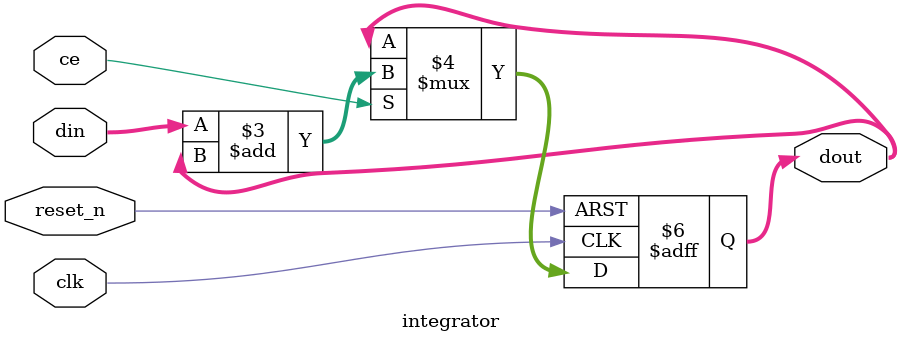
<source format=v>
/*
    integrator.v
    CIC integrator
*/
module integrator #(
    parameter DW = 16
)(
    input  wire clk,
    input  wire reset_n,
    input  wire ce,

    input  wire signed [DW-1:0] din,
    output reg  signed [DW-1:0] dout
);

    always @(posedge clk, negedge reset_n) begin
        if(!reset_n)
            dout <= {DW{1'b0}};
        else begin
        if(ce)
            dout <= din + dout;
        end
    end
endmodule
</source>
